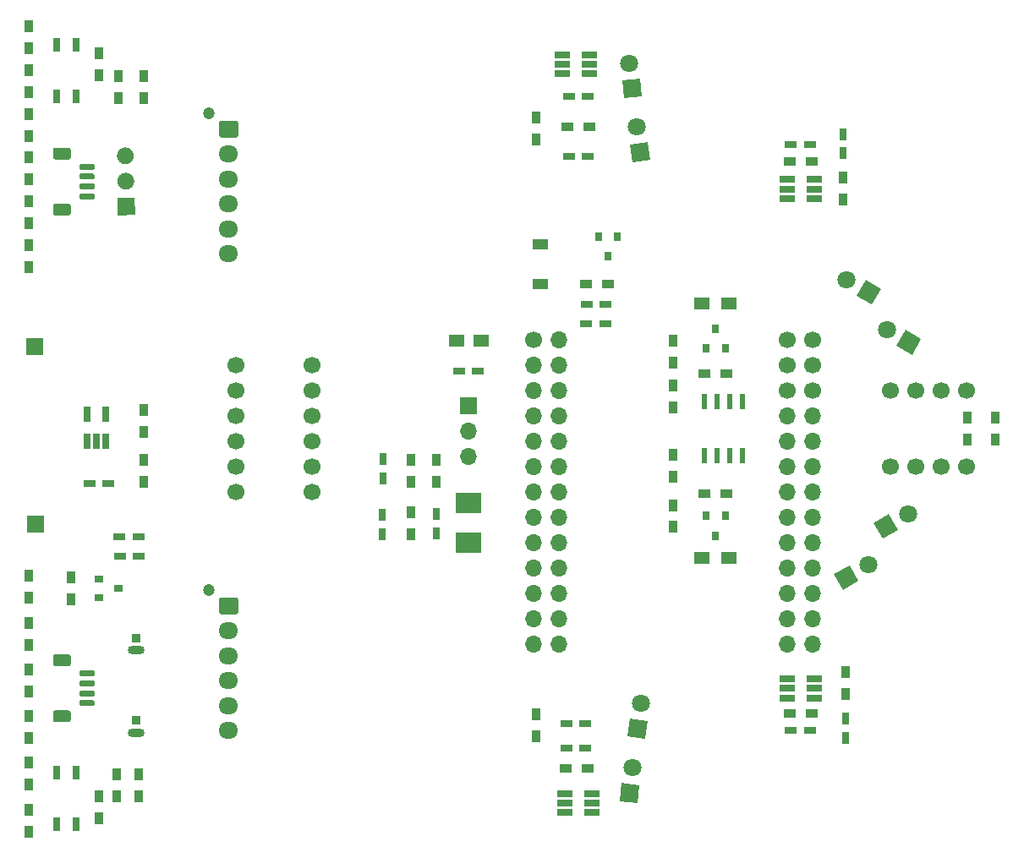
<source format=gts>
%TF.GenerationSoftware,KiCad,Pcbnew,5.1.10*%
%TF.CreationDate,2021-10-31T20:18:17+09:00*%
%TF.ProjectId,ZeroPCB,5a65726f-5043-4422-9e6b-696361645f70,rev?*%
%TF.SameCoordinates,Original*%
%TF.FileFunction,Soldermask,Top*%
%TF.FilePolarity,Negative*%
%FSLAX46Y46*%
G04 Gerber Fmt 4.6, Leading zero omitted, Abs format (unit mm)*
G04 Created by KiCad (PCBNEW 5.1.10) date 2021-10-31 20:18:17*
%MOMM*%
%LPD*%
G01*
G04 APERTURE LIST*
%ADD10R,0.850000X0.850000*%
%ADD11O,1.700000X0.850000*%
%ADD12R,0.900000X1.200000*%
%ADD13R,0.750000X1.200000*%
%ADD14C,1.800000*%
%ADD15C,0.100000*%
%ADD16R,1.560000X0.650000*%
%ADD17R,1.200000X0.750000*%
%ADD18R,1.700000X1.700000*%
%ADD19O,1.700000X1.700000*%
%ADD20C,1.200000*%
%ADD21O,1.950000X1.700000*%
%ADD22R,2.500000X2.000000*%
%ADD23R,1.600000X1.000000*%
%ADD24R,0.900000X0.800000*%
%ADD25R,0.800000X0.900000*%
%ADD26R,1.200000X0.900000*%
%ADD27R,1.500000X1.300000*%
%ADD28R,0.700000X1.450000*%
%ADD29R,0.650000X1.560000*%
%ADD30R,0.600000X1.550000*%
%ADD31C,1.700000*%
%ADD32R,1.500000X1.250000*%
G04 APERTURE END LIST*
D10*
%TO.C,J1*%
X110734000Y-114991000D03*
D11*
X110734000Y-116241000D03*
%TD*%
%TO.C,J2*%
X110734000Y-124491000D03*
D10*
X110734000Y-123241000D03*
%TD*%
D12*
%TO.C,D17*%
X110984000Y-128691000D03*
X110984000Y-130891000D03*
%TD*%
D13*
%TO.C,C18*%
X135400000Y-104600000D03*
X135400000Y-102700000D03*
%TD*%
D14*
%TO.C,D5*%
X184033705Y-107671000D03*
D15*
G36*
X181504577Y-110170423D02*
G01*
X180604577Y-108611577D01*
X182163423Y-107711577D01*
X183063423Y-109270423D01*
X181504577Y-110170423D01*
G37*
%TD*%
%TO.C,D8*%
G36*
X189313423Y-85062077D02*
G01*
X188413423Y-86620923D01*
X186854577Y-85720923D01*
X187754577Y-84162077D01*
X189313423Y-85062077D01*
G37*
D14*
X185884295Y-84121500D03*
%TD*%
D16*
%TO.C,U3*%
X153384000Y-57541500D03*
X153384000Y-58491500D03*
X153384000Y-56591500D03*
X156084000Y-56591500D03*
X156084000Y-57541500D03*
X156084000Y-58491500D03*
%TD*%
D13*
%TO.C,C1*%
X140750000Y-102591000D03*
X140750000Y-104491000D03*
%TD*%
D17*
%TO.C,C2*%
X106034000Y-99541500D03*
X107934000Y-99541500D03*
%TD*%
D13*
%TO.C,C3*%
X135484000Y-97091400D03*
X135484000Y-98991400D03*
%TD*%
D17*
%TO.C,C4*%
X155934000Y-60791500D03*
X154034000Y-60791500D03*
%TD*%
%TO.C,C5*%
X155934000Y-66791500D03*
X154034000Y-66791500D03*
%TD*%
%TO.C,C6*%
X155684000Y-123541000D03*
X153784000Y-123541000D03*
%TD*%
%TO.C,C7*%
X155684000Y-126041000D03*
X153784000Y-126041000D03*
%TD*%
D13*
%TO.C,C8*%
X181484000Y-64550000D03*
X181484000Y-66450000D03*
%TD*%
%TO.C,C9*%
X181734000Y-124991000D03*
X181734000Y-123091000D03*
%TD*%
D17*
%TO.C,C10*%
X178184000Y-65541400D03*
X176284000Y-65541400D03*
%TD*%
%TO.C,C11*%
X178184000Y-124291000D03*
X176284000Y-124291000D03*
%TD*%
%TO.C,C12*%
X143050000Y-88300000D03*
X144950000Y-88300000D03*
%TD*%
D12*
%TO.C,D1*%
X196734000Y-92941500D03*
X196734000Y-95141500D03*
%TD*%
D14*
%TO.C,D2*%
X160874452Y-63820433D03*
D15*
G36*
X162186974Y-67125109D02*
G01*
X160400391Y-67344474D01*
X160181026Y-65557891D01*
X161967609Y-65338526D01*
X162186974Y-67125109D01*
G37*
%TD*%
%TO.C,D3*%
G36*
X161717609Y-125093974D02*
G01*
X159931026Y-124874609D01*
X160150391Y-123088026D01*
X161936974Y-123307391D01*
X161717609Y-125093974D01*
G37*
D14*
X161243548Y-121569933D03*
%TD*%
D15*
%TO.C,D4*%
G36*
X185313423Y-80061977D02*
G01*
X184413423Y-81620823D01*
X182854577Y-80720823D01*
X183754577Y-79161977D01*
X185313423Y-80061977D01*
G37*
D14*
X181884295Y-79121400D03*
%TD*%
D15*
%TO.C,D6*%
G36*
X161386974Y-60725009D02*
G01*
X159600391Y-60944374D01*
X159381026Y-59157791D01*
X161167609Y-58938426D01*
X161386974Y-60725009D01*
G37*
D14*
X160074452Y-57420333D03*
%TD*%
%TO.C,D7*%
X160443548Y-128019933D03*
D15*
G36*
X160917609Y-131543974D02*
G01*
X159131026Y-131324609D01*
X159350391Y-129538026D01*
X161136974Y-129757391D01*
X160917609Y-131543974D01*
G37*
%TD*%
D14*
%TO.C,D9*%
X187983705Y-102571000D03*
D15*
G36*
X185454577Y-105070423D02*
G01*
X184554577Y-103511577D01*
X186113423Y-102611577D01*
X187013423Y-104170423D01*
X185454577Y-105070423D01*
G37*
%TD*%
D12*
%TO.C,D10*%
X99983500Y-60291400D03*
X99983500Y-58091400D03*
%TD*%
%TO.C,D11*%
X99983500Y-66891400D03*
X99983500Y-69091400D03*
%TD*%
%TO.C,D12*%
X99983500Y-77891500D03*
X99983500Y-75691500D03*
%TD*%
%TO.C,D13*%
X99983500Y-110991000D03*
X99983500Y-108791000D03*
%TD*%
%TO.C,D14*%
X99983500Y-120351000D03*
X99983500Y-118151000D03*
%TD*%
%TO.C,D15*%
X99983500Y-129711000D03*
X99983500Y-127511000D03*
%TD*%
%TO.C,D16*%
X111484000Y-60891500D03*
X111484000Y-58691500D03*
%TD*%
D18*
%TO.C,J3*%
X144000000Y-91750000D03*
D19*
X144000000Y-94290000D03*
X144000000Y-96830000D03*
%TD*%
D20*
%TO.C,J4*%
X117984000Y-62441500D03*
D21*
X119984000Y-76541500D03*
X119984000Y-74041500D03*
X119984000Y-71541500D03*
X119984000Y-69041500D03*
X119984000Y-66541500D03*
G36*
G01*
X119259000Y-63191500D02*
X120709000Y-63191500D01*
G75*
G02*
X120959000Y-63441500I0J-250000D01*
G01*
X120959000Y-64641500D01*
G75*
G02*
X120709000Y-64891500I-250000J0D01*
G01*
X119259000Y-64891500D01*
G75*
G02*
X119009000Y-64641500I0J250000D01*
G01*
X119009000Y-63441500D01*
G75*
G02*
X119259000Y-63191500I250000J0D01*
G01*
G37*
%TD*%
%TO.C,J5*%
G36*
G01*
X119259000Y-110941000D02*
X120709000Y-110941000D01*
G75*
G02*
X120959000Y-111191000I0J-250000D01*
G01*
X120959000Y-112391000D01*
G75*
G02*
X120709000Y-112641000I-250000J0D01*
G01*
X119259000Y-112641000D01*
G75*
G02*
X119009000Y-112391000I0J250000D01*
G01*
X119009000Y-111191000D01*
G75*
G02*
X119259000Y-110941000I250000J0D01*
G01*
G37*
X119984000Y-114291000D03*
X119984000Y-116791000D03*
X119984000Y-119291000D03*
X119984000Y-121791000D03*
X119984000Y-124291000D03*
D20*
X117984000Y-110191000D03*
%TD*%
%TO.C,J10*%
G36*
G01*
X103934001Y-67091400D02*
X102633999Y-67091400D01*
G75*
G02*
X102384000Y-66841401I0J249999D01*
G01*
X102384000Y-66141399D01*
G75*
G02*
X102633999Y-65891400I249999J0D01*
G01*
X103934001Y-65891400D01*
G75*
G02*
X104184000Y-66141399I0J-249999D01*
G01*
X104184000Y-66841401D01*
G75*
G02*
X103934001Y-67091400I-249999J0D01*
G01*
G37*
G36*
G01*
X103934001Y-72691400D02*
X102633999Y-72691400D01*
G75*
G02*
X102384000Y-72441401I0J249999D01*
G01*
X102384000Y-71741399D01*
G75*
G02*
X102633999Y-71491400I249999J0D01*
G01*
X103934001Y-71491400D01*
G75*
G02*
X104184000Y-71741399I0J-249999D01*
G01*
X104184000Y-72441401D01*
G75*
G02*
X103934001Y-72691400I-249999J0D01*
G01*
G37*
G36*
G01*
X106434000Y-68091400D02*
X105184000Y-68091400D01*
G75*
G02*
X105034000Y-67941400I0J150000D01*
G01*
X105034000Y-67641400D01*
G75*
G02*
X105184000Y-67491400I150000J0D01*
G01*
X106434000Y-67491400D01*
G75*
G02*
X106584000Y-67641400I0J-150000D01*
G01*
X106584000Y-67941400D01*
G75*
G02*
X106434000Y-68091400I-150000J0D01*
G01*
G37*
G36*
G01*
X106434000Y-69091400D02*
X105184000Y-69091400D01*
G75*
G02*
X105034000Y-68941400I0J150000D01*
G01*
X105034000Y-68641400D01*
G75*
G02*
X105184000Y-68491400I150000J0D01*
G01*
X106434000Y-68491400D01*
G75*
G02*
X106584000Y-68641400I0J-150000D01*
G01*
X106584000Y-68941400D01*
G75*
G02*
X106434000Y-69091400I-150000J0D01*
G01*
G37*
G36*
G01*
X106434000Y-70091400D02*
X105184000Y-70091400D01*
G75*
G02*
X105034000Y-69941400I0J150000D01*
G01*
X105034000Y-69641400D01*
G75*
G02*
X105184000Y-69491400I150000J0D01*
G01*
X106434000Y-69491400D01*
G75*
G02*
X106584000Y-69641400I0J-150000D01*
G01*
X106584000Y-69941400D01*
G75*
G02*
X106434000Y-70091400I-150000J0D01*
G01*
G37*
G36*
G01*
X106434000Y-71091400D02*
X105184000Y-71091400D01*
G75*
G02*
X105034000Y-70941400I0J150000D01*
G01*
X105034000Y-70641400D01*
G75*
G02*
X105184000Y-70491400I150000J0D01*
G01*
X106434000Y-70491400D01*
G75*
G02*
X106584000Y-70641400I0J-150000D01*
G01*
X106584000Y-70941400D01*
G75*
G02*
X106434000Y-71091400I-150000J0D01*
G01*
G37*
%TD*%
%TO.C,J11*%
G36*
G01*
X106434000Y-121841000D02*
X105184000Y-121841000D01*
G75*
G02*
X105034000Y-121691000I0J150000D01*
G01*
X105034000Y-121391000D01*
G75*
G02*
X105184000Y-121241000I150000J0D01*
G01*
X106434000Y-121241000D01*
G75*
G02*
X106584000Y-121391000I0J-150000D01*
G01*
X106584000Y-121691000D01*
G75*
G02*
X106434000Y-121841000I-150000J0D01*
G01*
G37*
G36*
G01*
X106434000Y-120841000D02*
X105184000Y-120841000D01*
G75*
G02*
X105034000Y-120691000I0J150000D01*
G01*
X105034000Y-120391000D01*
G75*
G02*
X105184000Y-120241000I150000J0D01*
G01*
X106434000Y-120241000D01*
G75*
G02*
X106584000Y-120391000I0J-150000D01*
G01*
X106584000Y-120691000D01*
G75*
G02*
X106434000Y-120841000I-150000J0D01*
G01*
G37*
G36*
G01*
X106434000Y-119841000D02*
X105184000Y-119841000D01*
G75*
G02*
X105034000Y-119691000I0J150000D01*
G01*
X105034000Y-119391000D01*
G75*
G02*
X105184000Y-119241000I150000J0D01*
G01*
X106434000Y-119241000D01*
G75*
G02*
X106584000Y-119391000I0J-150000D01*
G01*
X106584000Y-119691000D01*
G75*
G02*
X106434000Y-119841000I-150000J0D01*
G01*
G37*
G36*
G01*
X106434000Y-118841000D02*
X105184000Y-118841000D01*
G75*
G02*
X105034000Y-118691000I0J150000D01*
G01*
X105034000Y-118391000D01*
G75*
G02*
X105184000Y-118241000I150000J0D01*
G01*
X106434000Y-118241000D01*
G75*
G02*
X106584000Y-118391000I0J-150000D01*
G01*
X106584000Y-118691000D01*
G75*
G02*
X106434000Y-118841000I-150000J0D01*
G01*
G37*
G36*
G01*
X103934001Y-123441000D02*
X102633999Y-123441000D01*
G75*
G02*
X102384000Y-123191001I0J249999D01*
G01*
X102384000Y-122490999D01*
G75*
G02*
X102633999Y-122241000I249999J0D01*
G01*
X103934001Y-122241000D01*
G75*
G02*
X104184000Y-122490999I0J-249999D01*
G01*
X104184000Y-123191001D01*
G75*
G02*
X103934001Y-123441000I-249999J0D01*
G01*
G37*
G36*
G01*
X103934001Y-117841000D02*
X102633999Y-117841000D01*
G75*
G02*
X102384000Y-117591001I0J249999D01*
G01*
X102384000Y-116890999D01*
G75*
G02*
X102633999Y-116641000I249999J0D01*
G01*
X103934001Y-116641000D01*
G75*
G02*
X104184000Y-116890999I0J-249999D01*
G01*
X104184000Y-117591001D01*
G75*
G02*
X103934001Y-117841000I-249999J0D01*
G01*
G37*
%TD*%
D22*
%TO.C,L1*%
X144000000Y-105500000D03*
X144000000Y-101500000D03*
%TD*%
D23*
%TO.C,LS1*%
X151234000Y-79541400D03*
X151234000Y-75541400D03*
%TD*%
D24*
%TO.C,Q1*%
X106984000Y-109091000D03*
X106984000Y-110991000D03*
X108984000Y-110041000D03*
%TD*%
D25*
%TO.C,Q2*%
X168750000Y-84000000D03*
X169700000Y-86000000D03*
X167800000Y-86000000D03*
%TD*%
%TO.C,Q3*%
X169700000Y-102791000D03*
X167800000Y-102791000D03*
X168750000Y-104791000D03*
%TD*%
%TO.C,Q4*%
X157984000Y-76791500D03*
X157034000Y-74791500D03*
X158934000Y-74791500D03*
%TD*%
D12*
%TO.C,R1*%
X104234000Y-108941000D03*
X104234000Y-111141000D03*
%TD*%
%TO.C,R2*%
X193984000Y-95141500D03*
X193984000Y-92941500D03*
%TD*%
%TO.C,R3*%
X140750000Y-97191400D03*
X140750000Y-99391400D03*
%TD*%
%TO.C,R4*%
X111484000Y-94391400D03*
X111484000Y-92191400D03*
%TD*%
%TO.C,R5*%
X111484000Y-97191500D03*
X111484000Y-99391500D03*
%TD*%
%TO.C,R6*%
X138234000Y-102441000D03*
X138234000Y-104641000D03*
%TD*%
%TO.C,R7*%
X138234000Y-99391500D03*
X138234000Y-97191500D03*
%TD*%
%TO.C,R8*%
X164484000Y-89691400D03*
X164484000Y-91891400D03*
%TD*%
%TO.C,R9*%
X164484000Y-85191400D03*
X164484000Y-87391400D03*
%TD*%
%TO.C,R10*%
X164484000Y-103891000D03*
X164484000Y-101691000D03*
%TD*%
%TO.C,R11*%
X164484000Y-98891500D03*
X164484000Y-96691500D03*
%TD*%
D26*
%TO.C,R12*%
X169834000Y-88541400D03*
X167634000Y-88541400D03*
%TD*%
%TO.C,R13*%
X167634000Y-100541000D03*
X169834000Y-100541000D03*
%TD*%
D27*
%TO.C,R14*%
X167400000Y-81500000D03*
X170100000Y-81500000D03*
%TD*%
%TO.C,R15*%
X167400000Y-107000000D03*
X170100000Y-107000000D03*
%TD*%
D12*
%TO.C,R16*%
X150734000Y-62900000D03*
X150734000Y-65100000D03*
%TD*%
D26*
%TO.C,R17*%
X153884000Y-63791500D03*
X156084000Y-63791500D03*
%TD*%
D12*
%TO.C,R18*%
X150750000Y-124850000D03*
X150750000Y-122650000D03*
%TD*%
D26*
%TO.C,R19*%
X155934000Y-128041000D03*
X153734000Y-128041000D03*
%TD*%
D12*
%TO.C,R20*%
X181500000Y-71100000D03*
X181500000Y-68900000D03*
%TD*%
%TO.C,R21*%
X181734000Y-120641000D03*
X181734000Y-118441000D03*
%TD*%
D26*
%TO.C,R22*%
X178334000Y-67291400D03*
X176134000Y-67291400D03*
%TD*%
%TO.C,R23*%
X176134000Y-122541000D03*
X178334000Y-122541000D03*
%TD*%
D12*
%TO.C,R24*%
X99983500Y-55891400D03*
X99983500Y-53691400D03*
%TD*%
%TO.C,R25*%
X99983500Y-62491500D03*
X99983500Y-64691500D03*
%TD*%
%TO.C,R26*%
X99983500Y-71291400D03*
X99983500Y-73491400D03*
%TD*%
%TO.C,R27*%
X99983500Y-113471000D03*
X99983500Y-115671000D03*
%TD*%
%TO.C,R28*%
X99983500Y-125031000D03*
X99983500Y-122831000D03*
%TD*%
D26*
%TO.C,R29*%
X155734000Y-79541500D03*
X157934000Y-79541500D03*
%TD*%
D12*
%TO.C,R30*%
X99983500Y-134391000D03*
X99983500Y-132191000D03*
%TD*%
%TO.C,R31*%
X106984000Y-58641500D03*
X106984000Y-56441500D03*
%TD*%
%TO.C,R32*%
X108984000Y-60891500D03*
X108984000Y-58691500D03*
%TD*%
%TO.C,R33*%
X106984000Y-133041000D03*
X106984000Y-130841000D03*
%TD*%
%TO.C,R34*%
X108734000Y-128691000D03*
X108734000Y-130891000D03*
%TD*%
D15*
%TO.C,SW1*%
G36*
X110569036Y-70926795D02*
G01*
X110598705Y-72626536D01*
X108898964Y-72656205D01*
X108869295Y-70956464D01*
X110569036Y-70926795D01*
G37*
G36*
G01*
X110539542Y-69237052D02*
X110539542Y-69237052D01*
G75*
G02*
X109704506Y-70101758I-849871J-14835D01*
G01*
X109704506Y-70101758D01*
G75*
G02*
X108839800Y-69266722I-14835J849871D01*
G01*
X108839800Y-69266722D01*
G75*
G02*
X109674836Y-68402016I849871J14835D01*
G01*
X109674836Y-68402016D01*
G75*
G02*
X110539542Y-69237052I14835J-849871D01*
G01*
G37*
G36*
G01*
X110495213Y-66697439D02*
X110495213Y-66697439D01*
G75*
G02*
X109660177Y-67562145I-849871J-14835D01*
G01*
X109660177Y-67562145D01*
G75*
G02*
X108795471Y-66727109I-14835J849871D01*
G01*
X108795471Y-66727109D01*
G75*
G02*
X109630507Y-65862403I849871J14835D01*
G01*
X109630507Y-65862403D01*
G75*
G02*
X110495213Y-66697439I14835J-849871D01*
G01*
G37*
%TD*%
D28*
%TO.C,SW2*%
X104734000Y-55561500D03*
X104734000Y-60721500D03*
X102734000Y-60721500D03*
X102734000Y-55561500D03*
%TD*%
%TO.C,SW3*%
X102734000Y-128461000D03*
X102734000Y-133621000D03*
X104734000Y-133621000D03*
X104734000Y-128461000D03*
%TD*%
D29*
%TO.C,U1*%
X105784000Y-92591500D03*
X107684000Y-92591500D03*
X107684000Y-95291500D03*
X106734000Y-95291500D03*
X105784000Y-95291500D03*
%TD*%
D30*
%TO.C,U2*%
X171405000Y-96741400D03*
X170135000Y-96741400D03*
X168865000Y-96741400D03*
X167595000Y-96741400D03*
X167595000Y-91341400D03*
X168865000Y-91341400D03*
X170135000Y-91341400D03*
X171405000Y-91341400D03*
%TD*%
D16*
%TO.C,U4*%
X156334000Y-131541000D03*
X156334000Y-130591000D03*
X156334000Y-132491000D03*
X153634000Y-132491000D03*
X153634000Y-131541000D03*
X153634000Y-130591000D03*
%TD*%
%TO.C,U5*%
X178584000Y-70991500D03*
X178584000Y-70041500D03*
X178584000Y-69091500D03*
X175884000Y-69091500D03*
X175884000Y-70991500D03*
X175884000Y-70041500D03*
%TD*%
%TO.C,U6*%
X175884000Y-119100000D03*
X175884000Y-120050000D03*
X175884000Y-121000000D03*
X178584000Y-121000000D03*
X178584000Y-119100000D03*
X178584000Y-120050000D03*
%TD*%
D31*
%TO.C,J6*%
X193895000Y-97867500D03*
X191355000Y-97867500D03*
X188815000Y-97867500D03*
X186275000Y-97867500D03*
X186275000Y-90247500D03*
X188815000Y-90247500D03*
X191355000Y-90247500D03*
X193895000Y-90247500D03*
%TD*%
%TO.C,J8*%
X120674000Y-87707500D03*
X120674000Y-90247500D03*
X120674000Y-92787500D03*
X120674000Y-95327500D03*
X120674000Y-97867500D03*
X120674000Y-100407500D03*
X128294000Y-100407500D03*
X128294000Y-97867500D03*
X128294000Y-95327500D03*
X128294000Y-92787500D03*
X128294000Y-90247500D03*
X128294000Y-87707500D03*
%TD*%
D32*
%TO.C,C13*%
X145300000Y-85250000D03*
X142800000Y-85250000D03*
%TD*%
D19*
%TO.C,J7*%
X175934000Y-92787400D03*
X178474000Y-92787400D03*
X175934000Y-95327400D03*
X178474000Y-95327400D03*
X175934000Y-97867400D03*
X178474000Y-97867400D03*
X175934000Y-100407400D03*
X178474000Y-100407400D03*
X175934000Y-102947400D03*
X178474000Y-102947400D03*
X175934000Y-105487400D03*
X178474000Y-105487400D03*
X175934000Y-108027400D03*
X178474000Y-108027400D03*
X175934000Y-110567400D03*
X178474000Y-110567400D03*
X175934000Y-113107400D03*
X178474000Y-113107400D03*
X175934000Y-115647400D03*
X178474000Y-115647400D03*
X153074000Y-115647400D03*
X150534000Y-115647400D03*
X153074000Y-113107400D03*
X150534000Y-113107400D03*
X153074000Y-110567400D03*
X150534000Y-110567400D03*
X153074000Y-108027400D03*
X150534000Y-108027400D03*
X153074000Y-105487400D03*
X150534000Y-105487400D03*
X153074000Y-102947400D03*
X150534000Y-102947400D03*
X153074000Y-100407400D03*
X150534000Y-100407400D03*
X153074000Y-97867400D03*
X150534000Y-97867400D03*
X153074000Y-95327400D03*
X150534000Y-95327400D03*
X153074000Y-92787400D03*
X150534000Y-92787400D03*
X153074000Y-90247400D03*
X150534000Y-90247400D03*
X153074000Y-87707400D03*
X150534000Y-87707400D03*
X153074000Y-85167400D03*
D31*
X150534000Y-85167400D03*
X178474000Y-90247400D03*
X175934000Y-90247400D03*
X178474000Y-87707400D03*
X175934000Y-87707400D03*
X178474000Y-85167400D03*
X175934000Y-85167400D03*
%TD*%
D18*
%TO.C,J9*%
X100600000Y-85850000D03*
%TD*%
%TO.C,J12*%
X100650000Y-103600000D03*
%TD*%
D17*
%TO.C,C14*%
X109050000Y-104850000D03*
X110950000Y-104850000D03*
%TD*%
%TO.C,C15*%
X155800000Y-83550000D03*
X157700000Y-83550000D03*
%TD*%
%TO.C,C16*%
X111000000Y-106800000D03*
X109100000Y-106800000D03*
%TD*%
%TO.C,C17*%
X157750000Y-81550000D03*
X155850000Y-81550000D03*
%TD*%
M02*

</source>
